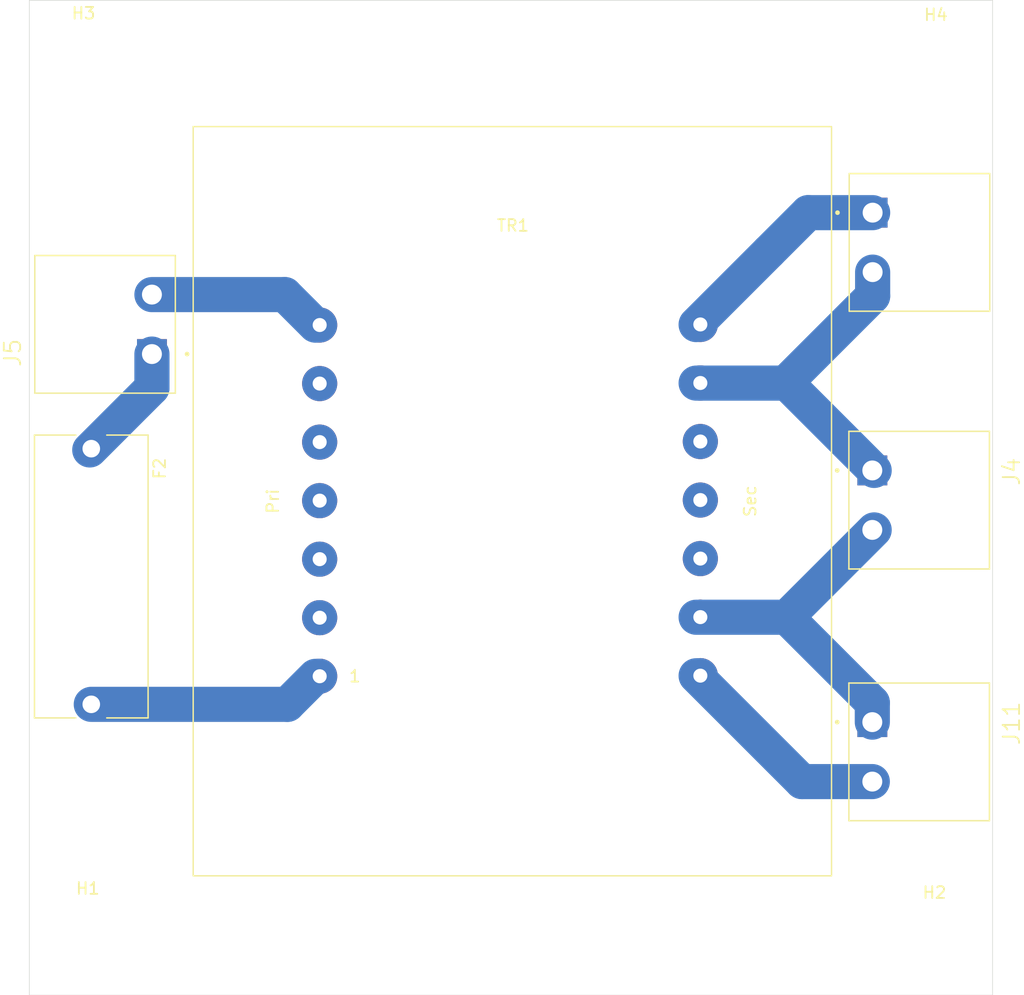
<source format=kicad_pcb>
(kicad_pcb (version 20240108) (generator "pcbnew") (generator_version "8.0")
  (layers (0 "F.Cu" signal) (31 "B.Cu" signal) (34 "B.Paste" user) (35 "F.Paste" user) (36 "B.SilkS" user "B.Silkscreen") (37 "F.SilkS" user "F.Silkscreen") (38 "B.Mask" user) (39 "F.Mask" user) (44 "Edge.Cuts" user))
  (net 0 "")
  (net 1 "Net-(F2-Pad2)")
  (net 2 "Net-(J5-Pin_2)")
  (net 3 "Net-(J11-Pin_2)")
  (net 4 "Net-(J10-Pin_2)")
  (net 5 "Net-(J5-Pin_1)")
  (net 9 "Net-(J10-Pin_1)")
  (net 10 "Net-(J11-Pin_1)")
  (footprint "Transformer_Hahn_BV_EL_603_1027:Transformer_Hahn_BV_EL_603_1027" (layer "F.Cu") (at 41.8 83.72)
    (property "Reference" "TR1" (at 15.35 -38.45 0) (layer "F.SilkS"))
    (property "Value" "Hahn BV EL 603 1027")
    (fp_rect (start -11.95 -46.9) (end 42.55 17.1) (stroke (width 0.12)) (fill none) (layer "F.SilkS"))
    (fp_text user "1" (at 1.85 0.05 0) (layer "F.SilkS"))
    (fp_text user "Pri" (at -5.15 -14.9 90) (layer "F.SilkS"))
    (fp_text user "Sec" (at 35.6 -14.9 90) (layer "F.SilkS"))
    (pad "" np_thru_hole circle (at -6.75 -51.25) (size 4.4 4.4) (drill 4.4) (layers "F&B.Cu" "*.Mask"))
    (pad "" np_thru_hole circle (at -6.75 21.25) (size 4.4 4.4) (drill 4.4) (layers "F&B.Cu" "*.Mask"))
    (pad "" np_thru_hole circle (at 36.75 -51.25) (size 4.4 4.4) (drill 4.4) (layers "F&B.Cu" "*.Mask"))
    (pad "" np_thru_hole circle (at 36.75 21.25) (size 4.4 4.4) (drill 4.4) (layers "F&B.Cu" "*.Mask"))
    (pad "1" thru_hole circle (at -1.15 0.05) (size 3 3) (drill 1.2) (layers "*.Cu" "*.Mask") (net 1 "Net-(F2-Pad2)"))
    (pad "2" thru_hole circle (at -1.15 -4.95) (size 3 3) (drill 1.2) (layers "*.Cu" "*.Mask"))
    (pad "3" thru_hole circle (at -1.15 -9.95) (size 3 3) (drill 1.2) (layers "*.Cu" "*.Mask"))
    (pad "4" thru_hole circle (at -1.15 -14.95) (size 3 3) (drill 1.2) (layers "*.Cu" "*.Mask"))
    (pad "5" thru_hole circle (at -1.15 -19.95) (size 3 3) (drill 1.2) (layers "*.Cu" "*.Mask"))
    (pad "6" thru_hole circle (at -1.15 -24.95) (size 3 3) (drill 1.2) (layers "*.Cu" "*.Mask"))
    (pad "7" thru_hole circle (at -1.15 -29.95) (size 3 3) (drill 1.2) (layers "*.Cu" "*.Mask") (net 2 "Net-(J5-Pin_2)"))
    (pad "8" thru_hole circle (at 31.35 -30) (size 3 3) (drill 1.2) (layers "*.Cu" "*.Mask") (net 9 "Net-(J10-Pin_1)"))
    (pad "9" thru_hole circle (at 31.35 -25) (size 3 3) (drill 1.2) (layers "*.Cu" "*.Mask") (net 4 "Net-(J10-Pin_2)"))
    (pad "10" thru_hole circle (at 31.35 -20) (size 3 3) (drill 1.2) (layers "*.Cu" "*.Mask"))
    (pad "11" thru_hole circle (at 31.35 -15) (size 3 3) (drill 1.2) (layers "*.Cu" "*.Mask"))
    (pad "12" thru_hole circle (at 31.35 -10) (size 3 3) (drill 1.2) (layers "*.Cu" "*.Mask"))
    (pad "13" thru_hole circle (at 31.35 -5) (size 3 3) (drill 1.2) (layers "*.Cu" "*.Mask") (net 10 "Net-(J11-Pin_1)"))
    (pad "14" thru_hole circle (at 31.35 0) (size 3 3) (drill 1.2) (layers "*.Cu" "*.Mask") (net 3 "Net-(J11-Pin_2)"))
  )
  (footprint "THE_PREAMP_CONN_POWER_5_08:TBP01R1-508-02BK" (layer "F.Cu") (at 87.8325 66.19 -90)
    (property "Reference" "J4" (at 0.105 -11.889 90) (layer "F.SilkS") (effects (font (size 1.4 1.4))))
    (property "Value" "15V AC")
    (fp_line (start -3.34 2) (end -3.34 -10) (stroke (width 0.127)) (layer "F.SilkS"))
    (fp_line (start 8.42 2) (end -3.34 2) (stroke (width 0.127)) (layer "F.SilkS"))
    (fp_line (start -3.34 -10) (end 8.42 -10) (stroke (width 0.127)) (layer "F.SilkS"))
    (fp_line (start 8.42 -10) (end 8.42 2) (stroke (width 0.127)) (layer "F.SilkS"))
    (fp_circle (center 0 3) (end 0.1 3) (stroke (width 0.2)) (fill none) (layer "F.SilkS"))
    (pad "1" thru_hole rect (at 0 0 270) (size 2.55 2.55) (drill 1.7) (layers "*.Cu" "*.Mask") (net 4 "Net-(J10-Pin_2)"))
    (pad "2" thru_hole circle (at 5.08 0 270) (size 2.55 2.55) (drill 1.7) (layers "*.Cu" "*.Mask") (net 10 "Net-(J11-Pin_1)"))
  )
  (footprint "THE_PREAMP_CONN_POWER_5_08:TBP01R1-508-02BK" (layer "F.Cu") (at 87.8325 87.69 -90)
    (property "Reference" "J11" (at 0.105 -11.889 90) (layer "F.SilkS") (effects (font (size 1.4 1.4))))
    (property "Value" "18V AC")
    (fp_line (start -3.34 2) (end -3.34 -10) (stroke (width 0.127)) (layer "F.SilkS"))
    (fp_line (start 8.42 2) (end -3.34 2) (stroke (width 0.127)) (layer "F.SilkS"))
    (fp_line (start -3.34 -10) (end 8.42 -10) (stroke (width 0.127)) (layer "F.SilkS"))
    (fp_line (start 8.42 -10) (end 8.42 2) (stroke (width 0.127)) (layer "F.SilkS"))
    (fp_circle (center 0 3) (end 0.1 3) (stroke (width 0.2)) (fill none) (layer "F.SilkS"))
    (pad "1" thru_hole rect (at 0 0 270) (size 2.55 2.55) (drill 1.7) (layers "*.Cu" "*.Mask") (net 10 "Net-(J11-Pin_1)"))
    (pad "2" thru_hole circle (at 5.08 0 270) (size 2.55 2.55) (drill 1.7) (layers "*.Cu" "*.Mask") (net 3 "Net-(J11-Pin_2)"))
  )
  (footprint "MountingHole:MountingHole_3.2mm_M3_DIN965" (layer "F.Cu") (at 93.14 106.05)
    (property "Reference" "H2" (at 0 -3.8 0) (layer "F.SilkS"))
    (property "Value" "MountingHole")
    (pad "" np_thru_hole circle (at 0 0) (size 3.2 3.2) (drill 3.2) (layers "*.Cu" "*.Mask"))
  )
  (footprint "THE_PREAMP_CONN_POWER_5_08:TBP01R1-508-02BK" (layer "F.Cu") (at 87.86 44.17 -90)
    (property "Reference" "J10" (hide yes))
    (property "Value" "18V AC")
    (fp_line (start -3.34 2) (end -3.34 -10) (stroke (width 0.127)) (layer "F.SilkS"))
    (fp_line (start 8.42 2) (end -3.34 2) (stroke (width 0.127)) (layer "F.SilkS"))
    (fp_line (start -3.34 -10) (end 8.42 -10) (stroke (width 0.127)) (layer "F.SilkS"))
    (fp_line (start 8.42 -10) (end 8.42 2) (stroke (width 0.127)) (layer "F.SilkS"))
    (fp_circle (center 0 3) (end 0.1 3) (stroke (width 0.2)) (fill none) (layer "F.SilkS"))
    (pad "1" thru_hole rect (at 0 0 270) (size 2.55 2.55) (drill 1.7) (layers "*.Cu" "*.Mask") (net 9 "Net-(J10-Pin_1)"))
    (pad "2" thru_hole circle (at 5.08 0 270) (size 2.55 2.55) (drill 1.7) (layers "*.Cu" "*.Mask") (net 4 "Net-(J10-Pin_2)"))
  )
  (footprint "MountingHole:MountingHole_3.2mm_M3_DIN965" (layer "F.Cu") (at 93.26 31.07)
    (property "Reference" "H4" (at 0 -3.8 0) (layer "F.SilkS"))
    (property "Value" "MountingHole")
    (pad "" np_thru_hole circle (at 0 0) (size 3.2 3.2) (drill 3.2) (layers "*.Cu" "*.Mask"))
  )
  (footprint "MountingHole:MountingHole_3.2mm_M3_DIN965" (layer "F.Cu") (at 20.49 30.94)
    (property "Reference" "H3" (at 0 -3.8 0) (layer "F.SilkS"))
    (property "Value" "MountingHole")
    (pad "" np_thru_hole circle (at 0 0) (size 3.2 3.2) (drill 3.2) (layers "*.Cu" "*.Mask"))
  )
  (footprint "MountingHole:MountingHole_3.2mm_M3_DIN965" (layer "F.Cu") (at 20.85 105.7)
    (property "Reference" "H1" (at 0 -3.8 0) (layer "F.SilkS"))
    (property "Value" "MountingHole")
    (pad "" np_thru_hole circle (at 0 0) (size 3.2 3.2) (drill 3.2) (layers "*.Cu" "*.Mask"))
  )
  (footprint "THE_PREAMP_CONN_POWER_5_08:TBP01R1-508-02BK" (layer "F.Cu") (at 26.3275 56.25 90)
    (property "Reference" "J5" (at 0.105 -11.889 -90) (layer "F.SilkS") (effects (font (size 1.4 1.4))))
    (property "Value" "230V AC")
    (fp_line (start 8.42 -10) (end 8.42 2) (stroke (width 0.127)) (layer "F.SilkS"))
    (fp_line (start -3.34 -10) (end 8.42 -10) (stroke (width 0.127)) (layer "F.SilkS"))
    (fp_line (start 8.42 2) (end -3.34 2) (stroke (width 0.127)) (layer "F.SilkS"))
    (fp_line (start -3.34 2) (end -3.34 -10) (stroke (width 0.127)) (layer "F.SilkS"))
    (fp_circle (center 0 3) (end 0.1 3) (stroke (width 0.2)) (fill none) (layer "F.SilkS"))
    (pad "1" thru_hole rect (at 0 0 90) (size 2.55 2.55) (drill 1.7) (layers "*.Cu" "*.Mask") (net 5 "Net-(J5-Pin_1)"))
    (pad "2" thru_hole circle (at 5.08 0 90) (size 2.55 2.55) (drill 1.7) (layers "*.Cu" "*.Mask") (net 2 "Net-(J5-Pin_2)"))
  )
  (footprint "ThePreAmp_PSU_Fuseholder:Keystone fuseholder 4527" (layer "F.Cu") (at 21.15 75.25 -90)
    (property "Reference" "F2" (at -9.225 -5.835 90) (layer "F.SilkS"))
    (property "Value" "Fuse - 8A T")
    (fp_line (start -12.08 4.85) (end 12.08 4.85) (stroke (width 0.127)) (layer "F.SilkS"))
    (fp_line (start -12.08 4.85) (end -12.08 1.32) (stroke (width 0.127)) (layer "F.SilkS"))
    (fp_line (start 12.08 4.85) (end 12.08 1.32) (stroke (width 0.127)) (layer "F.SilkS"))
    (fp_line (start -12.08 -4.85) (end -12.08 -1.32) (stroke (width 0.127)) (layer "F.SilkS"))
    (fp_line (start -12.08 -4.85) (end 12.08 -4.85) (stroke (width 0.127)) (layer "F.SilkS"))
    (fp_line (start 12.08 -4.85) (end 12.08 -1.32) (stroke (width 0.127)) (layer "F.SilkS"))
    (pad "1" thru_hole circle (at -10.92 0 270) (size 2.25 2.25) (drill 1.5) (layers "*.Cu" "*.Mask") (net 5 "Net-(J5-Pin_1)"))
    (pad "2" thru_hole circle (at 10.92 0 270) (size 2.25 2.25) (drill 1.5) (layers "*.Cu" "*.Mask") (net 1 "Net-(F2-Pad2)"))
  )
  (gr_rect (start 15.86 26.03) (end 98.1 111.01) (stroke (width 0.05)) (fill none) (layer "Edge.Cuts"))
  (segment (start 37.9 86.17) (end 40.29 83.78) (width 3) (layer "B.Cu") (net 1))
  (segment (start 21.15 86.17) (end 37.9 86.17) (width 3) (layer "B.Cu") (net 1))
  (segment (start 37.68 51.17) (end 40.29 53.78) (width 3) (layer "B.Cu") (net 2))
  (segment (start 26.3275 51.17) (end 37.68 51.17) (width 3) (layer "B.Cu") (net 2))
  (segment (start 81.83 92.77) (end 72.79 83.73) (width 3) (layer "B.Cu") (net 3))
  (segment (start 87.8325 92.77) (end 81.83 92.77) (width 3) (layer "B.Cu") (net 3))
  (segment (start 72.79 58.73) (end 80.53 58.73) (width 3) (layer "B.Cu") (net 4))
  (segment (start 80.53 58.58) (end 80.57 58.58) (width 3) (layer "B.Cu") (net 4))
  (segment (start 80.53 58.73) (end 87.99 66.19) (width 3) (layer "B.Cu") (net 4))
  (segment (start 87.86 51.29) (end 87.86 49.25) (width 3) (layer "B.Cu") (net 4))
  (segment (start 80.57 58.58) (end 87.86 51.29) (width 3) (layer "B.Cu") (net 4))
  (segment (start 80.53 58.73) (end 80.53 58.58) (width 3) (layer "B.Cu") (net 4))
  (segment (start 26.3275 59.1325) (end 21.02 64.44) (width 3) (layer "B.Cu") (net 5))
  (segment (start 26.3275 56.25) (end 26.3275 59.1325) (width 3) (layer "B.Cu") (net 5))
  (segment (start 79.02 47.5) (end 82.35 44.17) (width 3) (layer "B.Cu") (net 9))
  (segment (start 82.35 44.17) (end 87.86 44.17) (width 3) (layer "B.Cu") (net 9))
  (segment (start 72.79 53.73) (end 79.02 47.5) (width 3) (layer "B.Cu") (net 9))
  (segment (start 80.53 78.73) (end 87.99 71.27) (width 3) (layer "B.Cu") (net 10))
  (segment (start 87.8325 86.0325) (end 87.8325 87.69) (width 3) (layer "B.Cu") (net 10))
  (segment (start 72.79 78.73) (end 80.53 78.73) (width 3) (layer "B.Cu") (net 10))
  (segment (start 80.53 78.73) (end 87.8325 86.0325) (width 3) (layer "B.Cu") (net 10))
)
</source>
